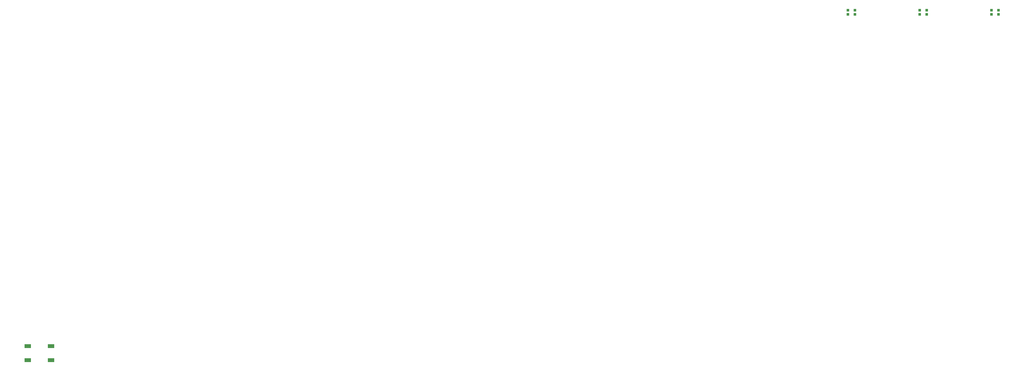
<source format=gbr>
%TF.GenerationSoftware,KiCad,Pcbnew,7.0.3*%
%TF.CreationDate,2023-05-24T16:07:10-04:00*%
%TF.ProjectId,100p-keebored,31303070-2d6b-4656-9562-6f7265642e6b,rev?*%
%TF.SameCoordinates,Original*%
%TF.FileFunction,Paste,Top*%
%TF.FilePolarity,Positive*%
%FSLAX46Y46*%
G04 Gerber Fmt 4.6, Leading zero omitted, Abs format (unit mm)*
G04 Created by KiCad (PCBNEW 7.0.3) date 2023-05-24 16:07:10*
%MOMM*%
%LPD*%
G01*
G04 APERTURE LIST*
%ADD10R,0.700000X0.700000*%
%ADD11R,1.800000X1.100000*%
G04 APERTURE END LIST*
D10*
%TO.C,D131*%
X473810904Y-114054832D03*
X473810904Y-115154832D03*
X475640904Y-115154832D03*
X475640904Y-114054832D03*
%TD*%
%TO.C,D132*%
X454760920Y-114054832D03*
X454760920Y-115154832D03*
X456590920Y-115154832D03*
X456590920Y-114054832D03*
%TD*%
%TO.C,D133*%
X435710936Y-114054832D03*
X435710936Y-115154832D03*
X437540936Y-115154832D03*
X437540936Y-114054832D03*
%TD*%
D11*
%TO.C,SW200*%
X218022704Y-203242156D03*
X224222704Y-203242156D03*
X218022704Y-206942156D03*
X224222704Y-206942156D03*
%TD*%
M02*

</source>
